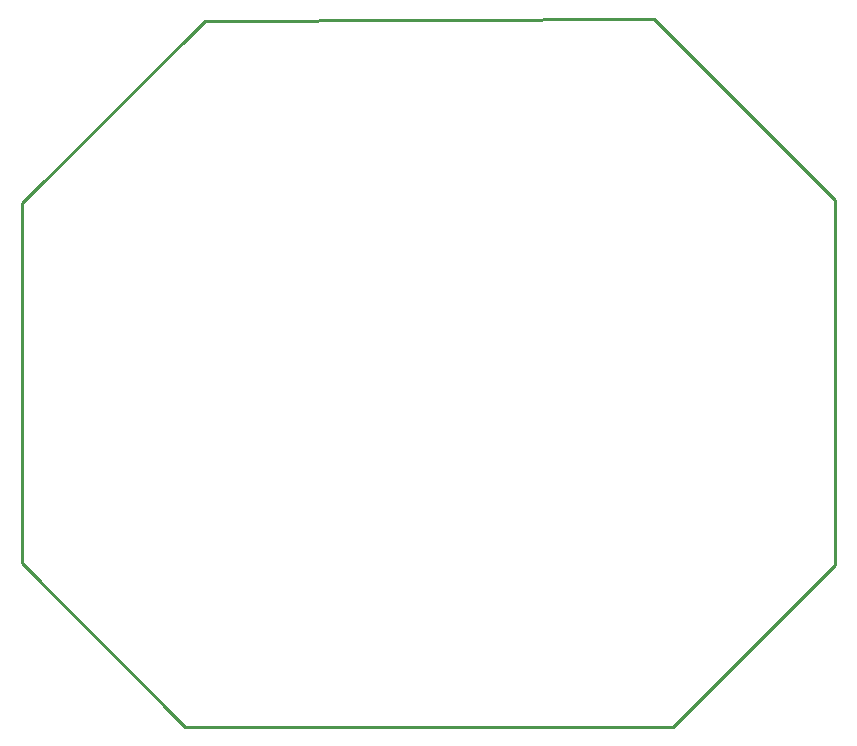
<source format=gko>
G04 Layer: BoardOutlineLayer*
G04 EasyEDA Pro v2.1.64.d1969c9c.217bcf, 2024-10-29 15:11:35*
G04 Gerber Generator version 0.3*
G04 Scale: 100 percent, Rotated: No, Reflected: No*
G04 Dimensions in millimeters*
G04 Leading zeros omitted, absolute positions, 3 integers and 5 decimals*
%FSLAX35Y35*%
%MOMM*%
%ADD10C,0.254*%
G75*


G04 PolygonModel Start*
G54D10*
G01X936922Y3311822D02*
G01X-609600Y1765300D01*
G01Y-1282700D01*
G01X774700Y-2667000D01*
G01X4902200D01*
G01X6273800Y-1295400D01*
G01Y1790700D01*
G01X4739050Y3325450D01*
G01X936922Y3311822D01*
G04 PolygonModel End*

M02*

</source>
